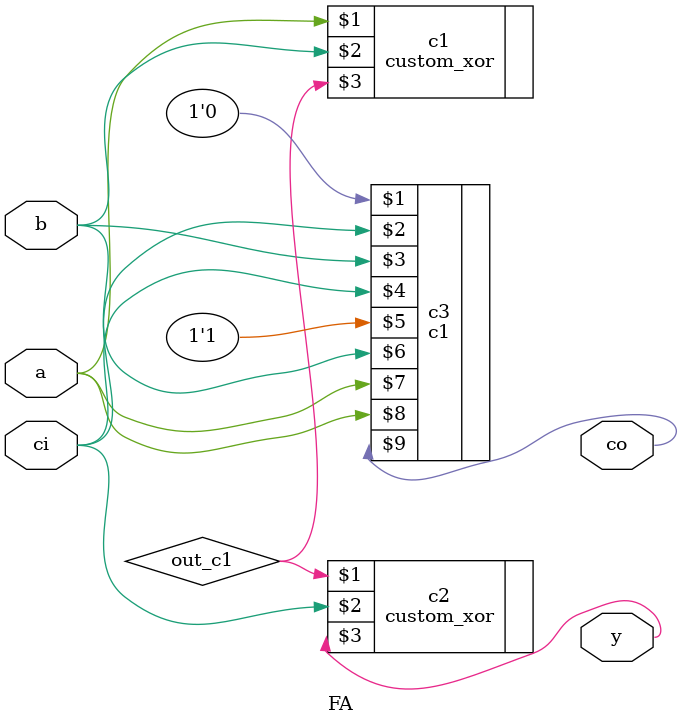
<source format=v>
module FA(input a,b,ci,output y,co);
    wire out_c1;
    custom_xor c1(a,b,out_c1);
    custom_xor c2(out_c1,ci,y);
    c1 c3(1'b0 , ci , b , ci , 1'b1 ,b , a , a, co);
endmodule
</source>
